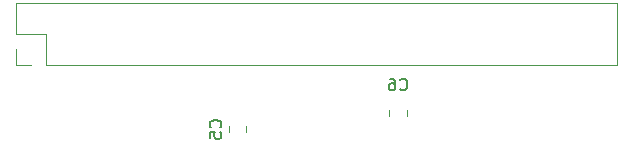
<source format=gbr>
G04 #@! TF.GenerationSoftware,KiCad,Pcbnew,9.0.6*
G04 #@! TF.CreationDate,2026-01-29T07:39:31-08:00*
G04 #@! TF.ProjectId,mutebox_hat_audio_in,6d757465-626f-4785-9f68-61745f617564,rev?*
G04 #@! TF.SameCoordinates,Original*
G04 #@! TF.FileFunction,Legend,Bot*
G04 #@! TF.FilePolarity,Positive*
%FSLAX46Y46*%
G04 Gerber Fmt 4.6, Leading zero omitted, Abs format (unit mm)*
G04 Created by KiCad (PCBNEW 9.0.6) date 2026-01-29 07:39:31*
%MOMM*%
%LPD*%
G01*
G04 APERTURE LIST*
%ADD10C,0.150000*%
%ADD11C,0.120000*%
G04 APERTURE END LIST*
D10*
X124359580Y-55395833D02*
X124407200Y-55348214D01*
X124407200Y-55348214D02*
X124454819Y-55205357D01*
X124454819Y-55205357D02*
X124454819Y-55110119D01*
X124454819Y-55110119D02*
X124407200Y-54967262D01*
X124407200Y-54967262D02*
X124311961Y-54872024D01*
X124311961Y-54872024D02*
X124216723Y-54824405D01*
X124216723Y-54824405D02*
X124026247Y-54776786D01*
X124026247Y-54776786D02*
X123883390Y-54776786D01*
X123883390Y-54776786D02*
X123692914Y-54824405D01*
X123692914Y-54824405D02*
X123597676Y-54872024D01*
X123597676Y-54872024D02*
X123502438Y-54967262D01*
X123502438Y-54967262D02*
X123454819Y-55110119D01*
X123454819Y-55110119D02*
X123454819Y-55205357D01*
X123454819Y-55205357D02*
X123502438Y-55348214D01*
X123502438Y-55348214D02*
X123550057Y-55395833D01*
X123454819Y-56300595D02*
X123454819Y-55824405D01*
X123454819Y-55824405D02*
X123931009Y-55776786D01*
X123931009Y-55776786D02*
X123883390Y-55824405D01*
X123883390Y-55824405D02*
X123835771Y-55919643D01*
X123835771Y-55919643D02*
X123835771Y-56157738D01*
X123835771Y-56157738D02*
X123883390Y-56252976D01*
X123883390Y-56252976D02*
X123931009Y-56300595D01*
X123931009Y-56300595D02*
X124026247Y-56348214D01*
X124026247Y-56348214D02*
X124264342Y-56348214D01*
X124264342Y-56348214D02*
X124359580Y-56300595D01*
X124359580Y-56300595D02*
X124407200Y-56252976D01*
X124407200Y-56252976D02*
X124454819Y-56157738D01*
X124454819Y-56157738D02*
X124454819Y-55919643D01*
X124454819Y-55919643D02*
X124407200Y-55824405D01*
X124407200Y-55824405D02*
X124359580Y-55776786D01*
X139566666Y-52159580D02*
X139614285Y-52207200D01*
X139614285Y-52207200D02*
X139757142Y-52254819D01*
X139757142Y-52254819D02*
X139852380Y-52254819D01*
X139852380Y-52254819D02*
X139995237Y-52207200D01*
X139995237Y-52207200D02*
X140090475Y-52111961D01*
X140090475Y-52111961D02*
X140138094Y-52016723D01*
X140138094Y-52016723D02*
X140185713Y-51826247D01*
X140185713Y-51826247D02*
X140185713Y-51683390D01*
X140185713Y-51683390D02*
X140138094Y-51492914D01*
X140138094Y-51492914D02*
X140090475Y-51397676D01*
X140090475Y-51397676D02*
X139995237Y-51302438D01*
X139995237Y-51302438D02*
X139852380Y-51254819D01*
X139852380Y-51254819D02*
X139757142Y-51254819D01*
X139757142Y-51254819D02*
X139614285Y-51302438D01*
X139614285Y-51302438D02*
X139566666Y-51350057D01*
X138709523Y-51254819D02*
X138899999Y-51254819D01*
X138899999Y-51254819D02*
X138995237Y-51302438D01*
X138995237Y-51302438D02*
X139042856Y-51350057D01*
X139042856Y-51350057D02*
X139138094Y-51492914D01*
X139138094Y-51492914D02*
X139185713Y-51683390D01*
X139185713Y-51683390D02*
X139185713Y-52064342D01*
X139185713Y-52064342D02*
X139138094Y-52159580D01*
X139138094Y-52159580D02*
X139090475Y-52207200D01*
X139090475Y-52207200D02*
X138995237Y-52254819D01*
X138995237Y-52254819D02*
X138804761Y-52254819D01*
X138804761Y-52254819D02*
X138709523Y-52207200D01*
X138709523Y-52207200D02*
X138661904Y-52159580D01*
X138661904Y-52159580D02*
X138614285Y-52064342D01*
X138614285Y-52064342D02*
X138614285Y-51826247D01*
X138614285Y-51826247D02*
X138661904Y-51731009D01*
X138661904Y-51731009D02*
X138709523Y-51683390D01*
X138709523Y-51683390D02*
X138804761Y-51635771D01*
X138804761Y-51635771D02*
X138995237Y-51635771D01*
X138995237Y-51635771D02*
X139090475Y-51683390D01*
X139090475Y-51683390D02*
X139138094Y-51731009D01*
X139138094Y-51731009D02*
X139185713Y-51826247D01*
D11*
X126553750Y-55301248D02*
X126553750Y-55823752D01*
X125083750Y-55301248D02*
X125083750Y-55823752D01*
X138665000Y-53901248D02*
X138665000Y-54423752D01*
X140135000Y-53901248D02*
X140135000Y-54423752D01*
X107040000Y-44900000D02*
X107040000Y-47500000D01*
X107040000Y-44900000D02*
X157960000Y-44900000D01*
X107040000Y-47500000D02*
X109640000Y-47500000D01*
X107040000Y-48770000D02*
X107040000Y-50100000D01*
X107040000Y-50100000D02*
X108370000Y-50100000D01*
X109640000Y-47500000D02*
X109640000Y-50100000D01*
X109640000Y-50100000D02*
X157960000Y-50100000D01*
X157960000Y-44900000D02*
X157960000Y-50100000D01*
M02*

</source>
